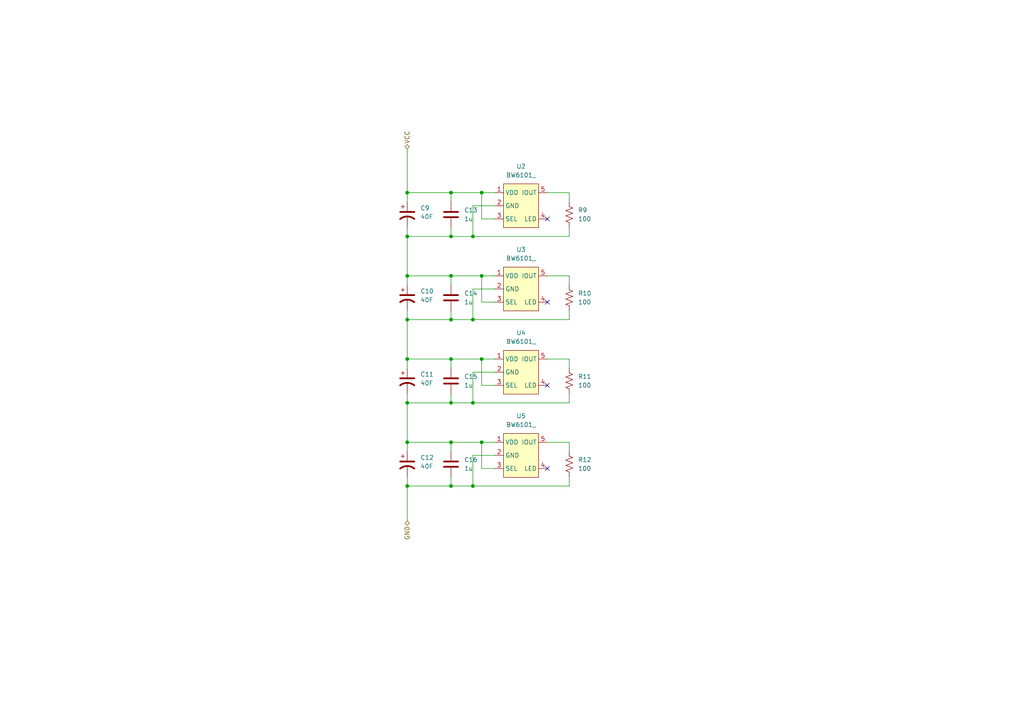
<source format=kicad_sch>
(kicad_sch (version 20211123) (generator eeschema)
  (paper "A4")
  (lib_symbols
    (symbol "1_Resouce:BW6101_"
      (property "Reference" "U" (at 0 8.89 0))
      (property "Value" "BW6101_" (at 0 -8.89 0))
      (symbol "BW6101__0_1"
        (rectangle (start -5.08 6.35) (end 5.08 -6.35) (fill (type background)))
      )
      (symbol "BW6101__1_1"
        (pin input line (at -7.62 3.81 0) (length 2.54) (name "VDD") (number "1"))
        (pin passive line (at -7.62 0 0) (length 2.54) (name "GND") (number "2"))
        (pin input line (at -7.62 -3.81 0) (length 2.54) (name "SEL") (number "3"))
        (pin output line (at 7.62 -3.81 180) (length 2.54) (name "LED") (number "4"))
        (pin output line (at 7.62 3.81 180) (length 2.54) (name "IOUT") (number "5"))
      )
    )
    (symbol "BW6101__1"
      (property "Reference" "U" (at 0 8.89 0))
      (property "Value" "BW6101__1" (at 0 -8.89 0))
      (symbol "BW6101__1_0_1"
        (rectangle (start -5.08 6.35) (end 5.08 -6.35) (fill (type background)))
      )
      (symbol "BW6101__1_1_1"
        (pin input line (at -7.62 3.81 0) (length 2.54) (name "VDD") (number "1"))
        (pin passive line (at -7.62 0 0) (length 2.54) (name "GND") (number "2"))
        (pin input line (at -7.62 -3.81 0) (length 2.54) (name "SEL") (number "3"))
        (pin output line (at 7.62 -3.81 180) (length 2.54) (name "LED") (number "4"))
        (pin output line (at 7.62 3.81 180) (length 2.54) (name "IOUT") (number "5"))
      )
    )
    (symbol "Device:C" (pin_numbers hide) (pin_names (offset 0.254))
      (property "Reference" "C" (at 0.635 2.54 0))
      (property "Value" "C" (at 0.635 -2.54 0))
      (symbol "C_0_1"
        (polyline (pts (xy -2.032 -0.762) (xy 2.032 -0.762)) (stroke (width 0.508)))
        (polyline (pts (xy -2.032 0.762) (xy 2.032 0.762)) (stroke (width 0.508)))
      )
      (symbol "C_1_1"
        (pin passive line (at 0 3.81 270) (length 2.794) (name "~") (number "1"))
        (pin passive line (at 0 -3.81 90) (length 2.794) (name "~") (number "2"))
      )
    )
    (symbol "Device:C_Polarized_US" (pin_numbers hide) (pin_names (offset 0.254) hide)
      (property "Reference" "C" (at 0.635 2.54 0))
      (property "Value" "C_Polarized_US" (at 0.635 -2.54 0))
      (symbol "C_Polarized_US_0_1"
        (polyline (pts (xy -2.032 0.762) (xy 2.032 0.762)) (stroke (width 0.508)))
        (polyline (pts (xy -1.778 2.286) (xy -0.762 2.286)))
        (polyline (pts (xy -1.27 1.778) (xy -1.27 2.794)))
        (arc (start 2.032 -1.27) (mid 0 -0.5572) (end -2.032 -1.27) (stroke (width 0.508)))
      )
      (symbol "C_Polarized_US_1_1"
        (pin passive line (at 0 3.81 270) (length 2.794) (name "~") (number "1"))
        (pin passive line (at 0 -3.81 90) (length 3.302) (name "~") (number "2"))
      )
    )
    (symbol "Device:R_US" (pin_numbers hide) (pin_names (offset 0))
      (property "Reference" "R" (at 2.54 0 90))
      (property "Value" "R_US" (at -2.54 0 90))
      (symbol "R_US_0_1"
        (polyline (pts (xy 0 -2.286) (xy 0 -2.54)))
        (polyline (pts (xy 0 2.286) (xy 0 2.54)))
        (polyline (pts (xy 0 -0.762) (xy 1.016 -1.143) (xy 0 -1.524) (xy -1.016 -1.905) (xy 0 -2.286)))
        (polyline (pts (xy 0 0.762) (xy 1.016 0.381) (xy 0 0) (xy -1.016 -0.381) (xy 0 -0.762)))
        (polyline (pts (xy 0 2.286) (xy 1.016 1.905) (xy 0 1.524) (xy -1.016 1.143) (xy 0 0.762)))
      )
      (symbol "R_US_1_1"
        (pin passive line (at 0 3.81 270) (length 1.27) (name "~") (number "1"))
        (pin passive line (at 0 -3.81 90) (length 1.27) (name "~") (number "2"))
      )
    )
  )
  (junction (at 118.11 55.88))
  (junction (at 137.16 116.84))
  (junction (at 118.11 68.58))
  (junction (at 130.81 128.27))
  (junction (at 130.81 104.14))
  (junction (at 137.16 140.97))
  (junction (at 118.11 128.27))
  (junction (at 130.81 80.01))
  (junction (at 130.81 55.88))
  (junction (at 139.7 104.14))
  (junction (at 118.11 80.01))
  (junction (at 118.11 140.97))
  (junction (at 139.7 128.27))
  (junction (at 137.16 68.58))
  (junction (at 118.11 92.71))
  (junction (at 139.7 80.01))
  (junction (at 139.7 55.88))
  (junction (at 137.16 92.71))
  (junction (at 130.81 92.71))
  (junction (at 118.11 116.84))
  (junction (at 130.81 68.58))
  (junction (at 118.11 104.14))
  (junction (at 130.81 140.97))
  (junction (at 130.81 116.84))
  (no_connect (at 158.75 63.5))
  (no_connect (at 158.75 111.76))
  (no_connect (at 158.75 87.63))
  (no_connect (at 158.75 135.89))
  (wire (pts (xy 165.1 66.04) (xy 165.1 68.58)))
  (wire (pts (xy 118.11 116.84) (xy 118.11 114.3)))
  (wire (pts (xy 130.81 55.88) (xy 139.7 55.88)))
  (wire (pts (xy 130.81 90.17) (xy 130.81 92.71)))
  (wire (pts (xy 137.16 140.97) (xy 130.81 140.97)))
  (wire (pts (xy 158.75 104.14) (xy 165.1 104.14)))
  (wire (pts (xy 118.11 92.71) (xy 118.11 90.17)))
  (wire (pts (xy 130.81 138.43) (xy 130.81 140.97)))
  (wire (pts (xy 139.7 55.88) (xy 143.51 55.88)))
  (wire (pts (xy 118.11 104.14) (xy 118.11 106.68)))
  (wire (pts (xy 158.75 128.27) (xy 165.1 128.27)))
  (wire (pts (xy 139.7 128.27) (xy 143.51 128.27)))
  (wire (pts (xy 158.75 80.01) (xy 165.1 80.01)))
  (wire (pts (xy 165.1 104.14) (xy 165.1 106.68)))
  (wire (pts (xy 118.11 128.27) (xy 130.81 128.27)))
  (wire (pts (xy 165.1 55.88) (xy 165.1 58.42)))
  (wire (pts (xy 143.51 83.82) (xy 137.16 83.82)))
  (wire (pts (xy 118.11 68.58) (xy 118.11 80.01)))
  (wire (pts (xy 143.51 59.69) (xy 137.16 59.69)))
  (wire (pts (xy 130.81 130.81) (xy 130.81 128.27)))
  (wire (pts (xy 143.51 135.89) (xy 139.7 135.89)))
  (wire (pts (xy 139.7 80.01) (xy 143.51 80.01)))
  (wire (pts (xy 137.16 68.58) (xy 130.81 68.58)))
  (wire (pts (xy 165.1 140.97) (xy 137.16 140.97)))
  (wire (pts (xy 118.11 116.84) (xy 118.11 128.27)))
  (wire (pts (xy 118.11 128.27) (xy 118.11 130.81)))
  (wire (pts (xy 143.51 111.76) (xy 139.7 111.76)))
  (wire (pts (xy 165.1 80.01) (xy 165.1 82.55)))
  (wire (pts (xy 165.1 114.3) (xy 165.1 116.84)))
  (wire (pts (xy 118.11 43.18) (xy 118.11 55.88)))
  (wire (pts (xy 165.1 138.43) (xy 165.1 140.97)))
  (wire (pts (xy 139.7 104.14) (xy 143.51 104.14)))
  (wire (pts (xy 137.16 116.84) (xy 130.81 116.84)))
  (wire (pts (xy 130.81 58.42) (xy 130.81 55.88)))
  (wire (pts (xy 118.11 55.88) (xy 118.11 58.42)))
  (wire (pts (xy 165.1 116.84) (xy 137.16 116.84)))
  (wire (pts (xy 130.81 66.04) (xy 130.81 68.58)))
  (wire (pts (xy 158.75 55.88) (xy 165.1 55.88)))
  (wire (pts (xy 118.11 92.71) (xy 118.11 104.14)))
  (wire (pts (xy 130.81 140.97) (xy 118.11 140.97)))
  (wire (pts (xy 143.51 132.08) (xy 137.16 132.08)))
  (wire (pts (xy 118.11 104.14) (xy 130.81 104.14)))
  (wire (pts (xy 118.11 80.01) (xy 130.81 80.01)))
  (wire (pts (xy 130.81 68.58) (xy 118.11 68.58)))
  (wire (pts (xy 130.81 92.71) (xy 118.11 92.71)))
  (wire (pts (xy 139.7 63.5) (xy 139.7 55.88)))
  (wire (pts (xy 130.81 114.3) (xy 130.81 116.84)))
  (wire (pts (xy 139.7 135.89) (xy 139.7 128.27)))
  (wire (pts (xy 139.7 111.76) (xy 139.7 104.14)))
  (wire (pts (xy 130.81 116.84) (xy 118.11 116.84)))
  (wire (pts (xy 118.11 55.88) (xy 130.81 55.88)))
  (wire (pts (xy 165.1 90.17) (xy 165.1 92.71)))
  (wire (pts (xy 137.16 132.08) (xy 137.16 140.97)))
  (wire (pts (xy 130.81 104.14) (xy 139.7 104.14)))
  (wire (pts (xy 118.11 80.01) (xy 118.11 82.55)))
  (wire (pts (xy 143.51 63.5) (xy 139.7 63.5)))
  (wire (pts (xy 165.1 128.27) (xy 165.1 130.81)))
  (wire (pts (xy 137.16 107.95) (xy 137.16 116.84)))
  (wire (pts (xy 165.1 92.71) (xy 137.16 92.71)))
  (wire (pts (xy 130.81 128.27) (xy 139.7 128.27)))
  (wire (pts (xy 137.16 92.71) (xy 130.81 92.71)))
  (wire (pts (xy 143.51 107.95) (xy 137.16 107.95)))
  (wire (pts (xy 118.11 140.97) (xy 118.11 138.43)))
  (wire (pts (xy 165.1 68.58) (xy 137.16 68.58)))
  (wire (pts (xy 130.81 80.01) (xy 139.7 80.01)))
  (wire (pts (xy 118.11 68.58) (xy 118.11 66.04)))
  (wire (pts (xy 130.81 106.68) (xy 130.81 104.14)))
  (wire (pts (xy 137.16 83.82) (xy 137.16 92.71)))
  (wire (pts (xy 139.7 87.63) (xy 139.7 80.01)))
  (wire (pts (xy 118.11 140.97) (xy 118.11 151.13)))
  (wire (pts (xy 130.81 82.55) (xy 130.81 80.01)))
  (wire (pts (xy 137.16 59.69) (xy 137.16 68.58)))
  (wire (pts (xy 143.51 87.63) (xy 139.7 87.63)))
  (hierarchical_label "VCC" (shape bidirectional) (at 118.11 43.18 90))
  (hierarchical_label "GND" (shape bidirectional) (at 118.11 151.13 270))
  (symbol (lib_id "Device:C_Polarized_US") (at 118.11 110.49 0) (unit 1)
    (property "Reference" "C11" (at 121.92 108.5849 0) (effects (justify left)))
    (property "Value" "40F" (at 121.92 111.1249 0) (effects (justify left)))
    (property "Footprint" "1Resouce:Super Capacitor" (effects hide))
  )
  (symbol (lib_id "Device:R_US") (at 165.1 134.62 0) (unit 1)
    (property "Reference" "R12" (at 167.64 133.3499 0) (effects (justify left)))
    (property "Value" "100" (at 167.64 135.8899 0) (effects (justify left)))
    (property "Footprint" "Resistor_SMD:R_0805_2012Metric" (effects hide))
  )
  (symbol (lib_id "Device:R_US") (at 165.1 86.36 0) (unit 1)
    (property "Reference" "R10" (at 167.64 85.0899 0) (effects (justify left)))
    (property "Value" "100" (at 167.64 87.6299 0) (effects (justify left)))
    (property "Footprint" "Resistor_SMD:R_0805_2012Metric" (effects hide))
  )
  (symbol (lib_id "1_Resouce:BW6101_") (at 151.13 59.69 0) (unit 1)
    (property "Reference" "U2" (at 151.13 48.26 0))
    (property "Value" "BW6101_" (at 151.13 50.8 0))
    (property "Footprint" "Package_TO_SOT_SMD:SOT-23-5" (effects hide))
    (property "Datasheet" "http://file2.dzsc.com/product/17/02/16/949764_101403919.pdf" (effects hide))
  )
  (symbol (lib_id "Device:C_Polarized_US") (at 118.11 134.62 0) (unit 1)
    (property "Reference" "C12" (at 121.92 132.7149 0) (effects (justify left)))
    (property "Value" "40F" (at 121.92 135.2549 0) (effects (justify left)))
    (property "Footprint" "1Resouce:Super Capacitor" (effects hide))
  )
  (symbol (lib_id "1_Resouce:BW6101_") (at 151.13 83.82 0) (unit 1)
    (property "Reference" "U3" (at 151.13 72.39 0))
    (property "Value" "BW6101_" (at 151.13 74.93 0))
    (property "Footprint" "Package_TO_SOT_SMD:SOT-23-5" (effects hide))
    (property "Datasheet" "http://file2.dzsc.com/product/17/02/16/949764_101403919.pdf" (effects hide))
  )
  (symbol (lib_id "Device:C") (at 130.81 110.49 0) (unit 1)
    (property "Reference" "C15" (at 134.62 109.2199 0) (effects (justify left)))
    (property "Value" "1u" (at 134.62 111.7599 0) (effects (justify left)))
    (property "Footprint" "Capacitor_SMD:C_0805_2012Metric" (effects hide))
  )
  (symbol (lib_id "Device:C") (at 130.81 62.23 0) (unit 1)
    (property "Reference" "C13" (at 134.62 60.9599 0) (effects (justify left)))
    (property "Value" "1u" (at 134.62 63.4999 0) (effects (justify left)))
    (property "Footprint" "Capacitor_SMD:C_0805_2012Metric" (effects hide))
  )
  (symbol (lib_id "1_Resouce:BW6101_") (at 151.13 132.08 0) (unit 1)
    (property "Reference" "U5" (at 151.13 120.65 0))
    (property "Value" "BW6101_" (at 151.13 123.19 0))
    (property "Footprint" "Package_TO_SOT_SMD:SOT-23-5" (effects hide))
    (property "Datasheet" "http://file2.dzsc.com/product/17/02/16/949764_101403919.pdf" (effects hide))
  )
  (symbol (lib_id "Device:C_Polarized_US") (at 118.11 86.36 0) (unit 1)
    (property "Reference" "C10" (at 121.92 84.4549 0) (effects (justify left)))
    (property "Value" "40F" (at 121.92 86.9949 0) (effects (justify left)))
    (property "Footprint" "1Resouce:Super Capacitor" (effects hide))
  )
  (symbol (lib_id "Device:R_US") (at 165.1 62.23 0) (unit 1)
    (property "Reference" "R9" (at 167.64 60.9599 0) (effects (justify left)))
    (property "Value" "100" (at 167.64 63.4999 0) (effects (justify left)))
    (property "Footprint" "Resistor_SMD:R_0805_2012Metric" (effects hide))
  )
  (symbol (lib_id "Device:R_US") (at 165.1 110.49 0) (unit 1)
    (property "Reference" "R11" (at 167.64 109.2199 0) (effects (justify left)))
    (property "Value" "100" (at 167.64 111.7599 0) (effects (justify left)))
    (property "Footprint" "Resistor_SMD:R_0805_2012Metric" (effects hide))
  )
  (symbol (lib_id "Device:C") (at 130.81 134.62 0) (unit 1)
    (property "Reference" "C16" (at 134.62 133.3499 0) (effects (justify left)))
    (property "Value" "1u" (at 134.62 135.8899 0) (effects (justify left)))
    (property "Footprint" "Capacitor_SMD:C_0805_2012Metric" (effects hide))
  )
  (symbol (lib_name "BW6101__1") (lib_id "1_Resouce:BW6101_") (at 151.13 107.95 0) (unit 1)
    (property "Reference" "U4" (at 151.13 96.52 0))
    (property "Value" "BW6101_" (at 151.13 99.06 0))
    (property "Footprint" "Package_TO_SOT_SMD:SOT-23-5" (effects hide))
    (property "Datasheet" "http://file2.dzsc.com/product/17/02/16/949764_101403919.pdf" (effects hide))
  )
  (symbol (lib_id "Device:C_Polarized_US") (at 118.11 62.23 0) (unit 1)
    (property "Reference" "C9" (at 121.92 60.3249 0) (effects (justify left)))
    (property "Value" "40F" (at 121.92 62.8649 0) (effects (justify left)))
    (property "Footprint" "1Resouce:Super Capacitor" (effects hide))
  )
  (symbol (lib_id "Device:C") (at 130.81 86.36 0) (unit 1)
    (property "Reference" "C14" (at 134.62 85.0899 0) (effects (justify left)))
    (property "Value" "1u" (at 134.62 87.6299 0) (effects (justify left)))
    (property "Footprint" "Capacitor_SMD:C_0805_2012Metric" (effects hide))
  )
)
</source>
